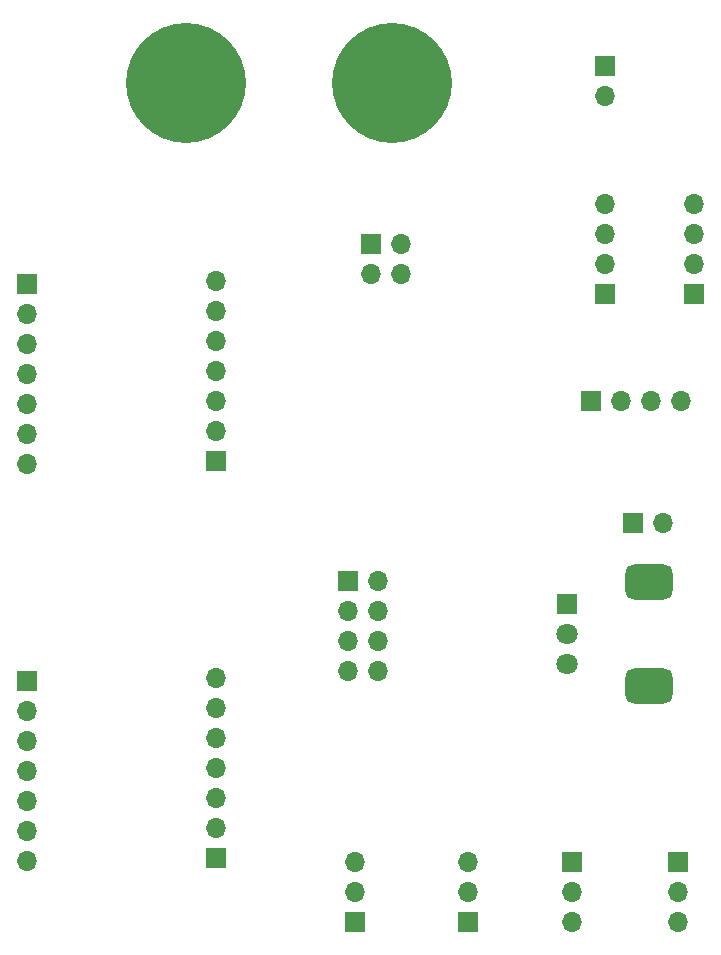
<source format=gbr>
%TF.GenerationSoftware,KiCad,Pcbnew,8.0.4-8.0.4-0~ubuntu22.04.1*%
%TF.CreationDate,2024-07-18T16:31:12+02:00*%
%TF.ProjectId,DevBoardESP32XIAO,44657642-6f61-4726-9445-535033325849,1.3*%
%TF.SameCoordinates,Original*%
%TF.FileFunction,Soldermask,Bot*%
%TF.FilePolarity,Negative*%
%FSLAX46Y46*%
G04 Gerber Fmt 4.6, Leading zero omitted, Abs format (unit mm)*
G04 Created by KiCad (PCBNEW 8.0.4-8.0.4-0~ubuntu22.04.1) date 2024-07-18 16:31:12*
%MOMM*%
%LPD*%
G01*
G04 APERTURE LIST*
G04 Aperture macros list*
%AMRoundRect*
0 Rectangle with rounded corners*
0 $1 Rounding radius*
0 $2 $3 $4 $5 $6 $7 $8 $9 X,Y pos of 4 corners*
0 Add a 4 corners polygon primitive as box body*
4,1,4,$2,$3,$4,$5,$6,$7,$8,$9,$2,$3,0*
0 Add four circle primitives for the rounded corners*
1,1,$1+$1,$2,$3*
1,1,$1+$1,$4,$5*
1,1,$1+$1,$6,$7*
1,1,$1+$1,$8,$9*
0 Add four rect primitives between the rounded corners*
20,1,$1+$1,$2,$3,$4,$5,0*
20,1,$1+$1,$4,$5,$6,$7,0*
20,1,$1+$1,$6,$7,$8,$9,0*
20,1,$1+$1,$8,$9,$2,$3,0*%
G04 Aperture macros list end*
%ADD10R,1.700000X1.700000*%
%ADD11O,1.700000X1.700000*%
%ADD12R,1.800000X1.800000*%
%ADD13C,1.800000*%
%ADD14RoundRect,0.750000X-1.250000X-0.750000X1.250000X-0.750000X1.250000X0.750000X-1.250000X0.750000X0*%
%ADD15C,10.160000*%
G04 APERTURE END LIST*
D10*
%TO.C,J12*%
X87121000Y-57311000D03*
D11*
X89661000Y-57311000D03*
X92201000Y-57311000D03*
X94741000Y-57311000D03*
%TD*%
D10*
%TO.C,J14*%
X66571000Y-72566000D03*
D11*
X69111000Y-72566000D03*
X66571000Y-75106000D03*
X69111000Y-75106000D03*
X66571000Y-77646000D03*
X69111000Y-77646000D03*
X66571000Y-80186000D03*
X69111000Y-80186000D03*
%TD*%
D10*
%TO.C,J9*%
X88336000Y-28946000D03*
D11*
X88336000Y-31486000D03*
%TD*%
D10*
%TO.C,J2*%
X39418000Y-80973000D03*
D11*
X39418000Y-83513000D03*
X39418000Y-86053000D03*
X39418000Y-88593000D03*
X39418000Y-91133000D03*
X39418000Y-93673000D03*
X39418000Y-96213000D03*
%TD*%
D10*
%TO.C,J3*%
X55436000Y-62366000D03*
D11*
X55436000Y-59826000D03*
X55436000Y-57286000D03*
X55436000Y-54746000D03*
X55436000Y-52206000D03*
X55436000Y-49666000D03*
X55436000Y-47126000D03*
%TD*%
D10*
%TO.C,J4*%
X55418000Y-95973000D03*
D11*
X55418000Y-93433000D03*
X55418000Y-90893000D03*
X55418000Y-88353000D03*
X55418000Y-85813000D03*
X55418000Y-83273000D03*
X55418000Y-80733000D03*
%TD*%
D10*
%TO.C,J6*%
X88336000Y-48186000D03*
D11*
X88336000Y-45646000D03*
X88336000Y-43106000D03*
X88336000Y-40566000D03*
%TD*%
D10*
%TO.C,J11*%
X76711000Y-101386000D03*
D11*
X76711000Y-98846000D03*
X76711000Y-96306000D03*
%TD*%
D10*
%TO.C,J17*%
X90736000Y-67586000D03*
D11*
X93276000Y-67586000D03*
%TD*%
D10*
%TO.C,J1*%
X39436000Y-47366000D03*
D11*
X39436000Y-49906000D03*
X39436000Y-52446000D03*
X39436000Y-54986000D03*
X39436000Y-57526000D03*
X39436000Y-60066000D03*
X39436000Y-62606000D03*
%TD*%
D12*
%TO.C,RV1*%
X85086000Y-74511000D03*
D13*
X85086000Y-77011000D03*
X85086000Y-79511000D03*
D14*
X92086000Y-72611000D03*
X92086000Y-81411000D03*
%TD*%
D15*
%TO.C,J16*%
X70261000Y-30361000D03*
%TD*%
D10*
%TO.C,J8*%
X67161000Y-101386000D03*
D11*
X67161000Y-98846000D03*
X67161000Y-96306000D03*
%TD*%
D15*
%TO.C,J15*%
X52836000Y-30361000D03*
%TD*%
D10*
%TO.C,J10*%
X94536000Y-96336000D03*
D11*
X94536000Y-98876000D03*
X94536000Y-101416000D03*
%TD*%
D10*
%TO.C,J5*%
X95886000Y-48186000D03*
D11*
X95886000Y-45646000D03*
X95886000Y-43106000D03*
X95886000Y-40566000D03*
%TD*%
D10*
%TO.C,J7*%
X85536000Y-96336000D03*
D11*
X85536000Y-98876000D03*
X85536000Y-101416000D03*
%TD*%
D10*
%TO.C,J13*%
X68546000Y-44021000D03*
D11*
X71086000Y-44021000D03*
X68546000Y-46561000D03*
X71086000Y-46561000D03*
%TD*%
M02*

</source>
